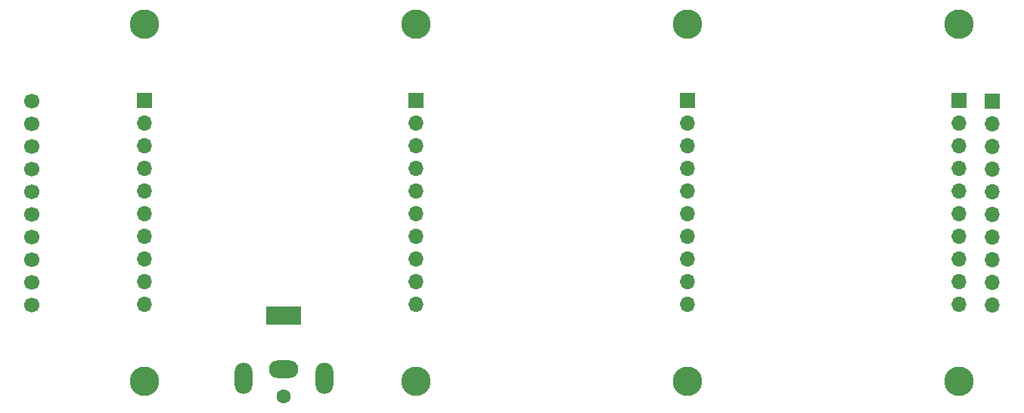
<source format=gbr>
%TF.GenerationSoftware,KiCad,Pcbnew,7.0.9*%
%TF.CreationDate,2024-02-10T01:58:27-05:00*%
%TF.ProjectId,BREAD_Loaf,42524541-445f-44c6-9f61-662e6b696361,rev?*%
%TF.SameCoordinates,PX2fdfdc0PY36746e0*%
%TF.FileFunction,Soldermask,Top*%
%TF.FilePolarity,Negative*%
%FSLAX46Y46*%
G04 Gerber Fmt 4.6, Leading zero omitted, Abs format (unit mm)*
G04 Created by KiCad (PCBNEW 7.0.9) date 2024-02-10 01:58:27*
%MOMM*%
%LPD*%
G01*
G04 APERTURE LIST*
%ADD10C,3.300000*%
%ADD11R,1.700000X1.700000*%
%ADD12O,1.700000X1.700000*%
%ADD13C,1.600000*%
%ADD14R,4.000000X2.000000*%
%ADD15O,3.300000X2.000000*%
%ADD16O,2.000000X3.500000*%
%ADD17C,1.700000*%
G04 APERTURE END LIST*
D10*
%TO.C,J3*%
X53000000Y-30020000D03*
X53000000Y-70020000D03*
D11*
X53000000Y-38590000D03*
D12*
X53000000Y-41130000D03*
X53000000Y-43670000D03*
X53000000Y-46210000D03*
X53000000Y-48750000D03*
X53000000Y-51290000D03*
X53000000Y-53830000D03*
X53000000Y-56370000D03*
X53000000Y-58910000D03*
X53000000Y-61450000D03*
%TD*%
D10*
%TO.C,J5*%
X113800000Y-30020000D03*
X113800000Y-70020000D03*
D11*
X113800000Y-38590000D03*
D12*
X113800000Y-41130000D03*
X113800000Y-43670000D03*
X113800000Y-46210000D03*
X113800000Y-48750000D03*
X113800000Y-51290000D03*
X113800000Y-53830000D03*
X113800000Y-56370000D03*
X113800000Y-58910000D03*
X113800000Y-61450000D03*
%TD*%
D10*
%TO.C,J4*%
X83400000Y-30020000D03*
X83400000Y-70020000D03*
D11*
X83400000Y-38590000D03*
D12*
X83400000Y-41130000D03*
X83400000Y-43670000D03*
X83400000Y-46210000D03*
X83400000Y-48750000D03*
X83400000Y-51290000D03*
X83400000Y-53830000D03*
X83400000Y-56370000D03*
X83400000Y-58910000D03*
X83400000Y-61450000D03*
%TD*%
D10*
%TO.C,J2*%
X22600000Y-30020000D03*
X22600000Y-70020000D03*
D11*
X22600000Y-38590000D03*
D12*
X22600000Y-41130000D03*
X22600000Y-43670000D03*
X22600000Y-46210000D03*
X22600000Y-48750000D03*
X22600000Y-51290000D03*
X22600000Y-53830000D03*
X22600000Y-56370000D03*
X22600000Y-58910000D03*
X22600000Y-61450000D03*
%TD*%
D13*
%TO.C,J7*%
X38200000Y-71700000D03*
D14*
X38200000Y-62700000D03*
D15*
X38200000Y-68700000D03*
D16*
X42700000Y-69700000D03*
X33700000Y-69700000D03*
%TD*%
D17*
%TO.C,J1*%
X10000000Y-61460000D03*
X10000000Y-58920000D03*
X10000000Y-56380000D03*
X10000000Y-53840000D03*
X10000000Y-51300000D03*
X10000000Y-48760000D03*
X10000000Y-46220000D03*
X10000000Y-43680000D03*
X10000000Y-41140000D03*
X10000000Y-38600000D03*
%TD*%
D11*
%TO.C,J6*%
X117500000Y-38600000D03*
D12*
X117500000Y-41140000D03*
X117500000Y-43680000D03*
X117500000Y-46220000D03*
X117500000Y-48760000D03*
X117500000Y-51300000D03*
X117500000Y-53840000D03*
X117500000Y-56380000D03*
X117500000Y-58920000D03*
X117500000Y-61460000D03*
%TD*%
M02*

</source>
